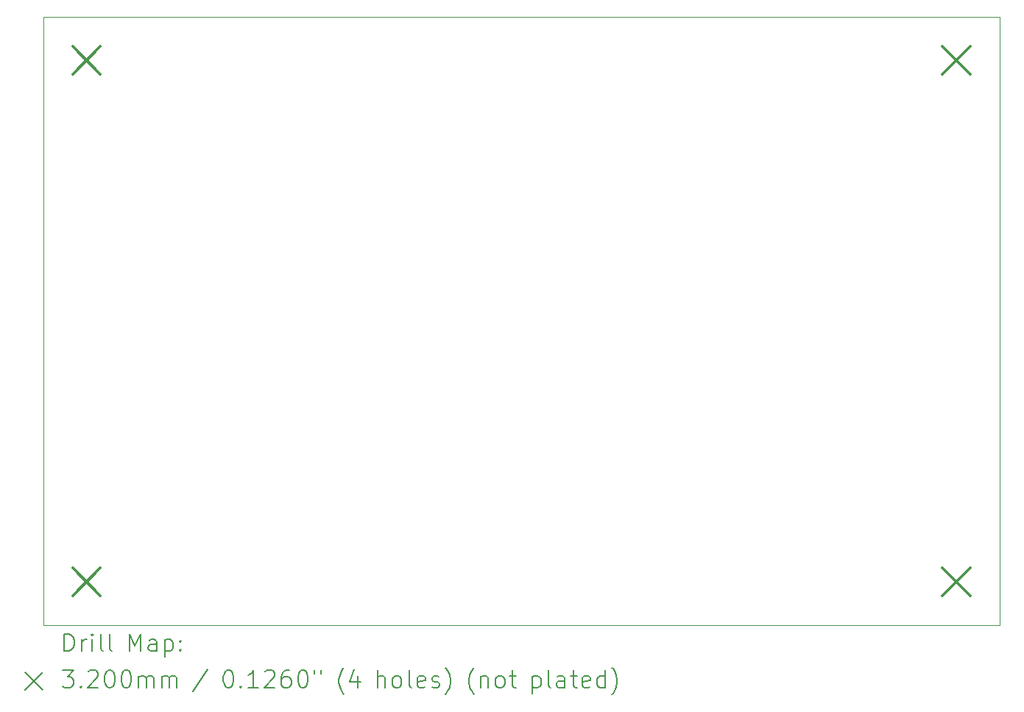
<source format=gbr>
%TF.GenerationSoftware,KiCad,Pcbnew,(7.0.0)*%
%TF.CreationDate,2024-01-25T16:24:15+01:00*%
%TF.ProjectId,Sensorbox,53656e73-6f72-4626-9f78-2e6b69636164,rev?*%
%TF.SameCoordinates,PX62b48e0PY7ffbac0*%
%TF.FileFunction,Drillmap*%
%TF.FilePolarity,Positive*%
%FSLAX45Y45*%
G04 Gerber Fmt 4.5, Leading zero omitted, Abs format (unit mm)*
G04 Created by KiCad (PCBNEW (7.0.0)) date 2024-01-25 16:24:15*
%MOMM*%
%LPD*%
G01*
G04 APERTURE LIST*
%ADD10C,0.100000*%
%ADD11C,0.200000*%
%ADD12C,0.320000*%
G04 APERTURE END LIST*
D10*
X0Y7000000D02*
X11000000Y7000000D01*
X11000000Y7000000D02*
X11000000Y0D01*
X11000000Y0D02*
X0Y0D01*
X0Y0D02*
X0Y7000000D01*
D11*
D12*
X340000Y6660000D02*
X660000Y6340000D01*
X660000Y6660000D02*
X340000Y6340000D01*
X340000Y660000D02*
X660000Y340000D01*
X660000Y660000D02*
X340000Y340000D01*
X10340000Y6660000D02*
X10660000Y6340000D01*
X10660000Y6660000D02*
X10340000Y6340000D01*
X10340000Y660000D02*
X10660000Y340000D01*
X10660000Y660000D02*
X10340000Y340000D01*
D11*
X242619Y-298476D02*
X242619Y-98476D01*
X242619Y-98476D02*
X290238Y-98476D01*
X290238Y-98476D02*
X318810Y-108000D01*
X318810Y-108000D02*
X337857Y-127048D01*
X337857Y-127048D02*
X347381Y-146095D01*
X347381Y-146095D02*
X356905Y-184190D01*
X356905Y-184190D02*
X356905Y-212762D01*
X356905Y-212762D02*
X347381Y-250857D01*
X347381Y-250857D02*
X337857Y-269905D01*
X337857Y-269905D02*
X318810Y-288952D01*
X318810Y-288952D02*
X290238Y-298476D01*
X290238Y-298476D02*
X242619Y-298476D01*
X442619Y-298476D02*
X442619Y-165143D01*
X442619Y-203238D02*
X452143Y-184190D01*
X452143Y-184190D02*
X461667Y-174667D01*
X461667Y-174667D02*
X480714Y-165143D01*
X480714Y-165143D02*
X499762Y-165143D01*
X566429Y-298476D02*
X566429Y-165143D01*
X566429Y-98476D02*
X556905Y-108000D01*
X556905Y-108000D02*
X566429Y-117524D01*
X566429Y-117524D02*
X575952Y-108000D01*
X575952Y-108000D02*
X566429Y-98476D01*
X566429Y-98476D02*
X566429Y-117524D01*
X690238Y-298476D02*
X671190Y-288952D01*
X671190Y-288952D02*
X661667Y-269905D01*
X661667Y-269905D02*
X661667Y-98476D01*
X795000Y-298476D02*
X775952Y-288952D01*
X775952Y-288952D02*
X766428Y-269905D01*
X766428Y-269905D02*
X766428Y-98476D01*
X991190Y-298476D02*
X991190Y-98476D01*
X991190Y-98476D02*
X1057857Y-241333D01*
X1057857Y-241333D02*
X1124524Y-98476D01*
X1124524Y-98476D02*
X1124524Y-298476D01*
X1305476Y-298476D02*
X1305476Y-193714D01*
X1305476Y-193714D02*
X1295952Y-174667D01*
X1295952Y-174667D02*
X1276905Y-165143D01*
X1276905Y-165143D02*
X1238809Y-165143D01*
X1238809Y-165143D02*
X1219762Y-174667D01*
X1305476Y-288952D02*
X1286429Y-298476D01*
X1286429Y-298476D02*
X1238809Y-298476D01*
X1238809Y-298476D02*
X1219762Y-288952D01*
X1219762Y-288952D02*
X1210238Y-269905D01*
X1210238Y-269905D02*
X1210238Y-250857D01*
X1210238Y-250857D02*
X1219762Y-231809D01*
X1219762Y-231809D02*
X1238809Y-222286D01*
X1238809Y-222286D02*
X1286429Y-222286D01*
X1286429Y-222286D02*
X1305476Y-212762D01*
X1400714Y-165143D02*
X1400714Y-365143D01*
X1400714Y-174667D02*
X1419762Y-165143D01*
X1419762Y-165143D02*
X1457857Y-165143D01*
X1457857Y-165143D02*
X1476905Y-174667D01*
X1476905Y-174667D02*
X1486428Y-184190D01*
X1486428Y-184190D02*
X1495952Y-203238D01*
X1495952Y-203238D02*
X1495952Y-260381D01*
X1495952Y-260381D02*
X1486428Y-279429D01*
X1486428Y-279429D02*
X1476905Y-288952D01*
X1476905Y-288952D02*
X1457857Y-298476D01*
X1457857Y-298476D02*
X1419762Y-298476D01*
X1419762Y-298476D02*
X1400714Y-288952D01*
X1581667Y-279429D02*
X1591190Y-288952D01*
X1591190Y-288952D02*
X1581667Y-298476D01*
X1581667Y-298476D02*
X1572143Y-288952D01*
X1572143Y-288952D02*
X1581667Y-279429D01*
X1581667Y-279429D02*
X1581667Y-298476D01*
X1581667Y-174667D02*
X1591190Y-184190D01*
X1591190Y-184190D02*
X1581667Y-193714D01*
X1581667Y-193714D02*
X1572143Y-184190D01*
X1572143Y-184190D02*
X1581667Y-174667D01*
X1581667Y-174667D02*
X1581667Y-193714D01*
X-205000Y-545000D02*
X-5000Y-745000D01*
X-5000Y-545000D02*
X-205000Y-745000D01*
X223571Y-518476D02*
X347381Y-518476D01*
X347381Y-518476D02*
X280714Y-594667D01*
X280714Y-594667D02*
X309286Y-594667D01*
X309286Y-594667D02*
X328333Y-604190D01*
X328333Y-604190D02*
X337857Y-613714D01*
X337857Y-613714D02*
X347381Y-632762D01*
X347381Y-632762D02*
X347381Y-680381D01*
X347381Y-680381D02*
X337857Y-699428D01*
X337857Y-699428D02*
X328333Y-708952D01*
X328333Y-708952D02*
X309286Y-718476D01*
X309286Y-718476D02*
X252143Y-718476D01*
X252143Y-718476D02*
X233095Y-708952D01*
X233095Y-708952D02*
X223571Y-699428D01*
X433095Y-699428D02*
X442619Y-708952D01*
X442619Y-708952D02*
X433095Y-718476D01*
X433095Y-718476D02*
X423571Y-708952D01*
X423571Y-708952D02*
X433095Y-699428D01*
X433095Y-699428D02*
X433095Y-718476D01*
X518809Y-537524D02*
X528333Y-528000D01*
X528333Y-528000D02*
X547381Y-518476D01*
X547381Y-518476D02*
X595000Y-518476D01*
X595000Y-518476D02*
X614048Y-528000D01*
X614048Y-528000D02*
X623571Y-537524D01*
X623571Y-537524D02*
X633095Y-556571D01*
X633095Y-556571D02*
X633095Y-575619D01*
X633095Y-575619D02*
X623571Y-604190D01*
X623571Y-604190D02*
X509286Y-718476D01*
X509286Y-718476D02*
X633095Y-718476D01*
X756905Y-518476D02*
X775952Y-518476D01*
X775952Y-518476D02*
X795000Y-528000D01*
X795000Y-528000D02*
X804524Y-537524D01*
X804524Y-537524D02*
X814048Y-556571D01*
X814048Y-556571D02*
X823571Y-594667D01*
X823571Y-594667D02*
X823571Y-642286D01*
X823571Y-642286D02*
X814048Y-680381D01*
X814048Y-680381D02*
X804524Y-699428D01*
X804524Y-699428D02*
X795000Y-708952D01*
X795000Y-708952D02*
X775952Y-718476D01*
X775952Y-718476D02*
X756905Y-718476D01*
X756905Y-718476D02*
X737857Y-708952D01*
X737857Y-708952D02*
X728333Y-699428D01*
X728333Y-699428D02*
X718809Y-680381D01*
X718809Y-680381D02*
X709286Y-642286D01*
X709286Y-642286D02*
X709286Y-594667D01*
X709286Y-594667D02*
X718809Y-556571D01*
X718809Y-556571D02*
X728333Y-537524D01*
X728333Y-537524D02*
X737857Y-528000D01*
X737857Y-528000D02*
X756905Y-518476D01*
X947381Y-518476D02*
X966429Y-518476D01*
X966429Y-518476D02*
X985476Y-528000D01*
X985476Y-528000D02*
X995000Y-537524D01*
X995000Y-537524D02*
X1004524Y-556571D01*
X1004524Y-556571D02*
X1014048Y-594667D01*
X1014048Y-594667D02*
X1014048Y-642286D01*
X1014048Y-642286D02*
X1004524Y-680381D01*
X1004524Y-680381D02*
X995000Y-699428D01*
X995000Y-699428D02*
X985476Y-708952D01*
X985476Y-708952D02*
X966429Y-718476D01*
X966429Y-718476D02*
X947381Y-718476D01*
X947381Y-718476D02*
X928333Y-708952D01*
X928333Y-708952D02*
X918809Y-699428D01*
X918809Y-699428D02*
X909286Y-680381D01*
X909286Y-680381D02*
X899762Y-642286D01*
X899762Y-642286D02*
X899762Y-594667D01*
X899762Y-594667D02*
X909286Y-556571D01*
X909286Y-556571D02*
X918809Y-537524D01*
X918809Y-537524D02*
X928333Y-528000D01*
X928333Y-528000D02*
X947381Y-518476D01*
X1099762Y-718476D02*
X1099762Y-585143D01*
X1099762Y-604190D02*
X1109286Y-594667D01*
X1109286Y-594667D02*
X1128333Y-585143D01*
X1128333Y-585143D02*
X1156905Y-585143D01*
X1156905Y-585143D02*
X1175952Y-594667D01*
X1175952Y-594667D02*
X1185476Y-613714D01*
X1185476Y-613714D02*
X1185476Y-718476D01*
X1185476Y-613714D02*
X1195000Y-594667D01*
X1195000Y-594667D02*
X1214048Y-585143D01*
X1214048Y-585143D02*
X1242619Y-585143D01*
X1242619Y-585143D02*
X1261667Y-594667D01*
X1261667Y-594667D02*
X1271191Y-613714D01*
X1271191Y-613714D02*
X1271191Y-718476D01*
X1366429Y-718476D02*
X1366429Y-585143D01*
X1366429Y-604190D02*
X1375952Y-594667D01*
X1375952Y-594667D02*
X1395000Y-585143D01*
X1395000Y-585143D02*
X1423571Y-585143D01*
X1423571Y-585143D02*
X1442619Y-594667D01*
X1442619Y-594667D02*
X1452143Y-613714D01*
X1452143Y-613714D02*
X1452143Y-718476D01*
X1452143Y-613714D02*
X1461667Y-594667D01*
X1461667Y-594667D02*
X1480714Y-585143D01*
X1480714Y-585143D02*
X1509286Y-585143D01*
X1509286Y-585143D02*
X1528333Y-594667D01*
X1528333Y-594667D02*
X1537857Y-613714D01*
X1537857Y-613714D02*
X1537857Y-718476D01*
X1895952Y-508952D02*
X1724524Y-766095D01*
X2120714Y-518476D02*
X2139762Y-518476D01*
X2139762Y-518476D02*
X2158810Y-528000D01*
X2158810Y-528000D02*
X2168333Y-537524D01*
X2168333Y-537524D02*
X2177857Y-556571D01*
X2177857Y-556571D02*
X2187381Y-594667D01*
X2187381Y-594667D02*
X2187381Y-642286D01*
X2187381Y-642286D02*
X2177857Y-680381D01*
X2177857Y-680381D02*
X2168333Y-699428D01*
X2168333Y-699428D02*
X2158810Y-708952D01*
X2158810Y-708952D02*
X2139762Y-718476D01*
X2139762Y-718476D02*
X2120714Y-718476D01*
X2120714Y-718476D02*
X2101667Y-708952D01*
X2101667Y-708952D02*
X2092143Y-699428D01*
X2092143Y-699428D02*
X2082619Y-680381D01*
X2082619Y-680381D02*
X2073095Y-642286D01*
X2073095Y-642286D02*
X2073095Y-594667D01*
X2073095Y-594667D02*
X2082619Y-556571D01*
X2082619Y-556571D02*
X2092143Y-537524D01*
X2092143Y-537524D02*
X2101667Y-528000D01*
X2101667Y-528000D02*
X2120714Y-518476D01*
X2273095Y-699428D02*
X2282619Y-708952D01*
X2282619Y-708952D02*
X2273095Y-718476D01*
X2273095Y-718476D02*
X2263572Y-708952D01*
X2263572Y-708952D02*
X2273095Y-699428D01*
X2273095Y-699428D02*
X2273095Y-718476D01*
X2473095Y-718476D02*
X2358810Y-718476D01*
X2415952Y-718476D02*
X2415952Y-518476D01*
X2415952Y-518476D02*
X2396905Y-547048D01*
X2396905Y-547048D02*
X2377857Y-566095D01*
X2377857Y-566095D02*
X2358810Y-575619D01*
X2549286Y-537524D02*
X2558810Y-528000D01*
X2558810Y-528000D02*
X2577857Y-518476D01*
X2577857Y-518476D02*
X2625476Y-518476D01*
X2625476Y-518476D02*
X2644524Y-528000D01*
X2644524Y-528000D02*
X2654048Y-537524D01*
X2654048Y-537524D02*
X2663572Y-556571D01*
X2663572Y-556571D02*
X2663572Y-575619D01*
X2663572Y-575619D02*
X2654048Y-604190D01*
X2654048Y-604190D02*
X2539762Y-718476D01*
X2539762Y-718476D02*
X2663572Y-718476D01*
X2835000Y-518476D02*
X2796905Y-518476D01*
X2796905Y-518476D02*
X2777857Y-528000D01*
X2777857Y-528000D02*
X2768333Y-537524D01*
X2768333Y-537524D02*
X2749286Y-566095D01*
X2749286Y-566095D02*
X2739762Y-604190D01*
X2739762Y-604190D02*
X2739762Y-680381D01*
X2739762Y-680381D02*
X2749286Y-699428D01*
X2749286Y-699428D02*
X2758810Y-708952D01*
X2758810Y-708952D02*
X2777857Y-718476D01*
X2777857Y-718476D02*
X2815952Y-718476D01*
X2815952Y-718476D02*
X2835000Y-708952D01*
X2835000Y-708952D02*
X2844524Y-699428D01*
X2844524Y-699428D02*
X2854048Y-680381D01*
X2854048Y-680381D02*
X2854048Y-632762D01*
X2854048Y-632762D02*
X2844524Y-613714D01*
X2844524Y-613714D02*
X2835000Y-604190D01*
X2835000Y-604190D02*
X2815952Y-594667D01*
X2815952Y-594667D02*
X2777857Y-594667D01*
X2777857Y-594667D02*
X2758810Y-604190D01*
X2758810Y-604190D02*
X2749286Y-613714D01*
X2749286Y-613714D02*
X2739762Y-632762D01*
X2977857Y-518476D02*
X2996905Y-518476D01*
X2996905Y-518476D02*
X3015952Y-528000D01*
X3015952Y-528000D02*
X3025476Y-537524D01*
X3025476Y-537524D02*
X3035000Y-556571D01*
X3035000Y-556571D02*
X3044524Y-594667D01*
X3044524Y-594667D02*
X3044524Y-642286D01*
X3044524Y-642286D02*
X3035000Y-680381D01*
X3035000Y-680381D02*
X3025476Y-699428D01*
X3025476Y-699428D02*
X3015952Y-708952D01*
X3015952Y-708952D02*
X2996905Y-718476D01*
X2996905Y-718476D02*
X2977857Y-718476D01*
X2977857Y-718476D02*
X2958810Y-708952D01*
X2958810Y-708952D02*
X2949286Y-699428D01*
X2949286Y-699428D02*
X2939762Y-680381D01*
X2939762Y-680381D02*
X2930238Y-642286D01*
X2930238Y-642286D02*
X2930238Y-594667D01*
X2930238Y-594667D02*
X2939762Y-556571D01*
X2939762Y-556571D02*
X2949286Y-537524D01*
X2949286Y-537524D02*
X2958810Y-528000D01*
X2958810Y-528000D02*
X2977857Y-518476D01*
X3120714Y-518476D02*
X3120714Y-556571D01*
X3196905Y-518476D02*
X3196905Y-556571D01*
X3459762Y-794667D02*
X3450238Y-785143D01*
X3450238Y-785143D02*
X3431191Y-756571D01*
X3431191Y-756571D02*
X3421667Y-737524D01*
X3421667Y-737524D02*
X3412143Y-708952D01*
X3412143Y-708952D02*
X3402619Y-661333D01*
X3402619Y-661333D02*
X3402619Y-623238D01*
X3402619Y-623238D02*
X3412143Y-575619D01*
X3412143Y-575619D02*
X3421667Y-547048D01*
X3421667Y-547048D02*
X3431191Y-528000D01*
X3431191Y-528000D02*
X3450238Y-499428D01*
X3450238Y-499428D02*
X3459762Y-489905D01*
X3621667Y-585143D02*
X3621667Y-718476D01*
X3574048Y-508952D02*
X3526429Y-651810D01*
X3526429Y-651810D02*
X3650238Y-651810D01*
X3846429Y-718476D02*
X3846429Y-518476D01*
X3932143Y-718476D02*
X3932143Y-613714D01*
X3932143Y-613714D02*
X3922619Y-594667D01*
X3922619Y-594667D02*
X3903572Y-585143D01*
X3903572Y-585143D02*
X3875000Y-585143D01*
X3875000Y-585143D02*
X3855952Y-594667D01*
X3855952Y-594667D02*
X3846429Y-604190D01*
X4055952Y-718476D02*
X4036905Y-708952D01*
X4036905Y-708952D02*
X4027381Y-699428D01*
X4027381Y-699428D02*
X4017857Y-680381D01*
X4017857Y-680381D02*
X4017857Y-623238D01*
X4017857Y-623238D02*
X4027381Y-604190D01*
X4027381Y-604190D02*
X4036905Y-594667D01*
X4036905Y-594667D02*
X4055952Y-585143D01*
X4055952Y-585143D02*
X4084524Y-585143D01*
X4084524Y-585143D02*
X4103572Y-594667D01*
X4103572Y-594667D02*
X4113095Y-604190D01*
X4113095Y-604190D02*
X4122619Y-623238D01*
X4122619Y-623238D02*
X4122619Y-680381D01*
X4122619Y-680381D02*
X4113095Y-699428D01*
X4113095Y-699428D02*
X4103572Y-708952D01*
X4103572Y-708952D02*
X4084524Y-718476D01*
X4084524Y-718476D02*
X4055952Y-718476D01*
X4236905Y-718476D02*
X4217857Y-708952D01*
X4217857Y-708952D02*
X4208334Y-689905D01*
X4208334Y-689905D02*
X4208334Y-518476D01*
X4389286Y-708952D02*
X4370238Y-718476D01*
X4370238Y-718476D02*
X4332143Y-718476D01*
X4332143Y-718476D02*
X4313095Y-708952D01*
X4313095Y-708952D02*
X4303572Y-689905D01*
X4303572Y-689905D02*
X4303572Y-613714D01*
X4303572Y-613714D02*
X4313095Y-594667D01*
X4313095Y-594667D02*
X4332143Y-585143D01*
X4332143Y-585143D02*
X4370238Y-585143D01*
X4370238Y-585143D02*
X4389286Y-594667D01*
X4389286Y-594667D02*
X4398810Y-613714D01*
X4398810Y-613714D02*
X4398810Y-632762D01*
X4398810Y-632762D02*
X4303572Y-651810D01*
X4475000Y-708952D02*
X4494048Y-718476D01*
X4494048Y-718476D02*
X4532143Y-718476D01*
X4532143Y-718476D02*
X4551191Y-708952D01*
X4551191Y-708952D02*
X4560715Y-689905D01*
X4560715Y-689905D02*
X4560715Y-680381D01*
X4560715Y-680381D02*
X4551191Y-661333D01*
X4551191Y-661333D02*
X4532143Y-651810D01*
X4532143Y-651810D02*
X4503572Y-651810D01*
X4503572Y-651810D02*
X4484524Y-642286D01*
X4484524Y-642286D02*
X4475000Y-623238D01*
X4475000Y-623238D02*
X4475000Y-613714D01*
X4475000Y-613714D02*
X4484524Y-594667D01*
X4484524Y-594667D02*
X4503572Y-585143D01*
X4503572Y-585143D02*
X4532143Y-585143D01*
X4532143Y-585143D02*
X4551191Y-594667D01*
X4627381Y-794667D02*
X4636905Y-785143D01*
X4636905Y-785143D02*
X4655953Y-756571D01*
X4655953Y-756571D02*
X4665476Y-737524D01*
X4665476Y-737524D02*
X4675000Y-708952D01*
X4675000Y-708952D02*
X4684524Y-661333D01*
X4684524Y-661333D02*
X4684524Y-623238D01*
X4684524Y-623238D02*
X4675000Y-575619D01*
X4675000Y-575619D02*
X4665476Y-547048D01*
X4665476Y-547048D02*
X4655953Y-528000D01*
X4655953Y-528000D02*
X4636905Y-499428D01*
X4636905Y-499428D02*
X4627381Y-489905D01*
X4956905Y-794667D02*
X4947381Y-785143D01*
X4947381Y-785143D02*
X4928334Y-756571D01*
X4928334Y-756571D02*
X4918810Y-737524D01*
X4918810Y-737524D02*
X4909286Y-708952D01*
X4909286Y-708952D02*
X4899762Y-661333D01*
X4899762Y-661333D02*
X4899762Y-623238D01*
X4899762Y-623238D02*
X4909286Y-575619D01*
X4909286Y-575619D02*
X4918810Y-547048D01*
X4918810Y-547048D02*
X4928334Y-528000D01*
X4928334Y-528000D02*
X4947381Y-499428D01*
X4947381Y-499428D02*
X4956905Y-489905D01*
X5033095Y-585143D02*
X5033095Y-718476D01*
X5033095Y-604190D02*
X5042619Y-594667D01*
X5042619Y-594667D02*
X5061667Y-585143D01*
X5061667Y-585143D02*
X5090238Y-585143D01*
X5090238Y-585143D02*
X5109286Y-594667D01*
X5109286Y-594667D02*
X5118810Y-613714D01*
X5118810Y-613714D02*
X5118810Y-718476D01*
X5242619Y-718476D02*
X5223572Y-708952D01*
X5223572Y-708952D02*
X5214048Y-699428D01*
X5214048Y-699428D02*
X5204524Y-680381D01*
X5204524Y-680381D02*
X5204524Y-623238D01*
X5204524Y-623238D02*
X5214048Y-604190D01*
X5214048Y-604190D02*
X5223572Y-594667D01*
X5223572Y-594667D02*
X5242619Y-585143D01*
X5242619Y-585143D02*
X5271191Y-585143D01*
X5271191Y-585143D02*
X5290238Y-594667D01*
X5290238Y-594667D02*
X5299762Y-604190D01*
X5299762Y-604190D02*
X5309286Y-623238D01*
X5309286Y-623238D02*
X5309286Y-680381D01*
X5309286Y-680381D02*
X5299762Y-699428D01*
X5299762Y-699428D02*
X5290238Y-708952D01*
X5290238Y-708952D02*
X5271191Y-718476D01*
X5271191Y-718476D02*
X5242619Y-718476D01*
X5366429Y-585143D02*
X5442619Y-585143D01*
X5395000Y-518476D02*
X5395000Y-689905D01*
X5395000Y-689905D02*
X5404524Y-708952D01*
X5404524Y-708952D02*
X5423572Y-718476D01*
X5423572Y-718476D02*
X5442619Y-718476D01*
X5629286Y-585143D02*
X5629286Y-785143D01*
X5629286Y-594667D02*
X5648333Y-585143D01*
X5648333Y-585143D02*
X5686429Y-585143D01*
X5686429Y-585143D02*
X5705476Y-594667D01*
X5705476Y-594667D02*
X5715000Y-604190D01*
X5715000Y-604190D02*
X5724524Y-623238D01*
X5724524Y-623238D02*
X5724524Y-680381D01*
X5724524Y-680381D02*
X5715000Y-699428D01*
X5715000Y-699428D02*
X5705476Y-708952D01*
X5705476Y-708952D02*
X5686429Y-718476D01*
X5686429Y-718476D02*
X5648333Y-718476D01*
X5648333Y-718476D02*
X5629286Y-708952D01*
X5838810Y-718476D02*
X5819762Y-708952D01*
X5819762Y-708952D02*
X5810238Y-689905D01*
X5810238Y-689905D02*
X5810238Y-518476D01*
X6000714Y-718476D02*
X6000714Y-613714D01*
X6000714Y-613714D02*
X5991191Y-594667D01*
X5991191Y-594667D02*
X5972143Y-585143D01*
X5972143Y-585143D02*
X5934048Y-585143D01*
X5934048Y-585143D02*
X5915000Y-594667D01*
X6000714Y-708952D02*
X5981667Y-718476D01*
X5981667Y-718476D02*
X5934048Y-718476D01*
X5934048Y-718476D02*
X5915000Y-708952D01*
X5915000Y-708952D02*
X5905476Y-689905D01*
X5905476Y-689905D02*
X5905476Y-670857D01*
X5905476Y-670857D02*
X5915000Y-651810D01*
X5915000Y-651810D02*
X5934048Y-642286D01*
X5934048Y-642286D02*
X5981667Y-642286D01*
X5981667Y-642286D02*
X6000714Y-632762D01*
X6067381Y-585143D02*
X6143572Y-585143D01*
X6095953Y-518476D02*
X6095953Y-689905D01*
X6095953Y-689905D02*
X6105476Y-708952D01*
X6105476Y-708952D02*
X6124524Y-718476D01*
X6124524Y-718476D02*
X6143572Y-718476D01*
X6286429Y-708952D02*
X6267381Y-718476D01*
X6267381Y-718476D02*
X6229286Y-718476D01*
X6229286Y-718476D02*
X6210238Y-708952D01*
X6210238Y-708952D02*
X6200714Y-689905D01*
X6200714Y-689905D02*
X6200714Y-613714D01*
X6200714Y-613714D02*
X6210238Y-594667D01*
X6210238Y-594667D02*
X6229286Y-585143D01*
X6229286Y-585143D02*
X6267381Y-585143D01*
X6267381Y-585143D02*
X6286429Y-594667D01*
X6286429Y-594667D02*
X6295953Y-613714D01*
X6295953Y-613714D02*
X6295953Y-632762D01*
X6295953Y-632762D02*
X6200714Y-651810D01*
X6467381Y-718476D02*
X6467381Y-518476D01*
X6467381Y-708952D02*
X6448334Y-718476D01*
X6448334Y-718476D02*
X6410238Y-718476D01*
X6410238Y-718476D02*
X6391191Y-708952D01*
X6391191Y-708952D02*
X6381667Y-699428D01*
X6381667Y-699428D02*
X6372143Y-680381D01*
X6372143Y-680381D02*
X6372143Y-623238D01*
X6372143Y-623238D02*
X6381667Y-604190D01*
X6381667Y-604190D02*
X6391191Y-594667D01*
X6391191Y-594667D02*
X6410238Y-585143D01*
X6410238Y-585143D02*
X6448334Y-585143D01*
X6448334Y-585143D02*
X6467381Y-594667D01*
X6543572Y-794667D02*
X6553095Y-785143D01*
X6553095Y-785143D02*
X6572143Y-756571D01*
X6572143Y-756571D02*
X6581667Y-737524D01*
X6581667Y-737524D02*
X6591191Y-708952D01*
X6591191Y-708952D02*
X6600714Y-661333D01*
X6600714Y-661333D02*
X6600714Y-623238D01*
X6600714Y-623238D02*
X6591191Y-575619D01*
X6591191Y-575619D02*
X6581667Y-547048D01*
X6581667Y-547048D02*
X6572143Y-528000D01*
X6572143Y-528000D02*
X6553095Y-499428D01*
X6553095Y-499428D02*
X6543572Y-489905D01*
M02*

</source>
